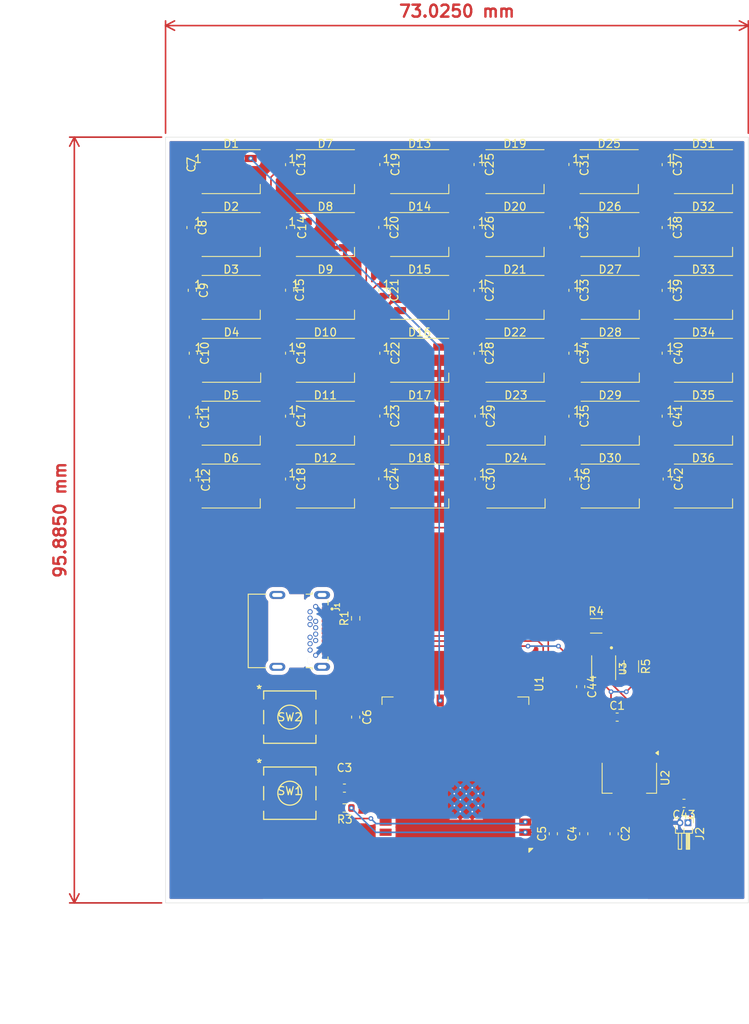
<source format=kicad_pcb>
(kicad_pcb (version 20240108) (generator "pcbnew") (generator_version "8.0")
  (layers (0 "F.Cu" signal) (31 "B.Cu" signal) (34 "B.Paste" user) (35 "F.Paste" user) (36 "B.SilkS" user "B.Silkscreen") (37 "F.SilkS" user "F.Silkscreen") (38 "B.Mask" user) (39 "F.Mask" user) (44 "Edge.Cuts" user))
  (net 0 "")
  (net 1 "+5V")
  (net 2 "GND")
  (net 3 "Net-(D1-DOUT)")
  (net 4 "/ESP32-block/LED_Data_Out")
  (net 5 "Net-(D2-DOUT)")
  (net 6 "Net-(D3-DOUT)")
  (net 7 "Net-(D4-DOUT)")
  (net 8 "Net-(D5-DOUT)")
  (net 9 "Net-(D6-DOUT)")
  (net 10 "Net-(D7-DOUT)")
  (net 11 "Net-(D8-DOUT)")
  (net 12 "Net-(D10-DIN)")
  (net 13 "Net-(D10-DOUT)")
  (net 14 "Net-(D11-DOUT)")
  (net 15 "Net-(D12-DOUT)")
  (net 16 "Net-(D13-DOUT)")
  (net 17 "Net-(D14-DOUT)")
  (net 18 "Net-(D15-DOUT)")
  (net 19 "Net-(D16-DOUT)")
  (net 20 "Net-(D17-DOUT)")
  (net 21 "Net-(D18-DOUT)")
  (net 22 "Net-(D19-DOUT)")
  (net 23 "Net-(D20-DOUT)")
  (net 24 "Net-(D21-DOUT)")
  (net 25 "Net-(D22-DOUT)")
  (net 26 "Net-(D23-DOUT)")
  (net 27 "Net-(D24-DOUT)")
  (net 28 "Net-(D25-DOUT)")
  (net 29 "Net-(D26-DOUT)")
  (net 30 "Net-(D27-DOUT)")
  (net 31 "Net-(D28-DOUT)")
  (net 32 "Net-(D29-DOUT)")
  (net 33 "Net-(D30-DOUT)")
  (net 34 "Net-(D31-DOUT)")
  (net 35 "Net-(D32-DOUT)")
  (net 36 "Net-(D33-DOUT)")
  (net 37 "Net-(D34-DOUT)")
  (net 38 "Net-(D35-DOUT)")
  (net 40 "+3.3V")
  (net 41 "Net-(U1-EN)")
  (net 42 "Net-(U1-GPIO0)")
  (net 43 "/VBat")
  (net 44 "/USB+")
  (net 45 "Net-(J1-CC1)")
  (net 46 "/ESP32-block/D+")
  (net 48 "/ESP32-block/D-")
  (net 50 "Net-(U3-D1)")
  (net 51 "Net-(U3-ILIM)")
  (net 52 "unconnected-(R5-Pad1)")
  (footprint "LED_SMD:LED_WS2812B_PLCC4_5.0x5.0mm_P3.2mm" (layer "F.Cu") (at 155.03 84.331)
    (property "Reference" "D24")
    (property "Value" "WS2812B")
  )
  (footprint "Capacitor_SMD:C_0603_1608Metric" (layer "F.Cu") (at 173.863 67.693 -90)
    (property "Reference" "C40")
    (property "Value" "100nF")
  )
  (footprint "Capacitor_SMD:C_0603_1608Metric" (layer "F.Cu") (at 162.179 75.58 -90)
    (property "Reference" "C35")
    (property "Value" "100nF")
  )
  (footprint "Footprints:CUI_UJ31-CH-G2-SMT-TR" (layer "F.Cu") (at 131.0445 99.717 -90)
    (property "Reference" "J1")
    (property "Value" "USB_C_Receptacle_USB2.0")
    (fp_line (start 6.325 2.135) (end 6.625 2.135) (stroke (width 0.01)) (layer "Edge.Cuts"))
    (fp_line (start 6.325 1.485) (end 6.625 1.485) (stroke (width 0.01)) (layer "Edge.Cuts"))
    (fp_arc (start 6.325 2.135) (mid 6 1.81) (end 6.325 1.485) (stroke (width 0.01)) (layer "Edge.Cuts"))
    (fp_arc (start 6.625 1.485) (mid 6.95 1.81) (end 6.625 2.135) (stroke (width 0.01)) (layer "Edge.Cuts"))
  )
  (footprint "LED_SMD:LED_WS2812B_PLCC4_5.0x5.0mm_P3.2mm" (layer "F.Cu") (at 155.03 76.455)
    (property "Reference" "D23")
    (property "Value" "WS2812B")
  )
  (footprint "Capacitor_SMD:C_0603_1608Metric" (layer "F.Cu") (at 150.294 51.945 -90)
    (property "Reference" "C26")
    (property "Value" "100nF")
  )
  (footprint "Capacitor_SMD:C_0603_1608Metric" (layer "F.Cu") (at 138.483 44.071 -90)
    (property "Reference" "C19")
    (property "Value" "100nF")
  )
  (footprint "Capacitor_SMD:C_0603_1608Metric" (layer "F.Cu") (at 126.799 51.958 -90)
    (property "Reference" "C14")
    (property "Value" "100nF")
  )
  (footprint "LED_SMD:LED_WS2812B_PLCC4_5.0x5.0mm_P3.2mm" (layer "F.Cu") (at 142.965 84.327)
    (property "Reference" "D18")
    (property "Value" "WS2812B")
  )
  (footprint "Capacitor_SMD:C_0603_1608Metric" (layer "F.Cu") (at 138.356 83.426 -90)
    (property "Reference" "C24")
    (property "Value" "100nF")
  )
  (footprint "Footprints:SOIC_FS-1000P_OMR" (layer "F.Cu") (at 126.6945 122.787)
    (property "Reference" "SW1")
    (property "Value" "Reset")
  )
  (footprint "LED_SMD:LED_WS2812B_PLCC4_5.0x5.0mm_P3.2mm" (layer "F.Cu") (at 131.154 76.456)
    (property "Reference" "D11")
    (property "Value" "WS2812B")
  )
  (footprint "Capacitor_SMD:C_0603_1608Metric" (layer "F.Cu") (at 126.672 59.806 -90)
    (property "Reference" "C15")
    (property "Value" "100nF")
  )
  (footprint "Resistor_SMD:R_1206_3216Metric" (layer "F.Cu") (at 165.0912 101.832)
    (property "Reference" "R4")
    (property "Value" "400")
  )
  (footprint "LED_SMD:LED_WS2812B_PLCC4_5.0x5.0mm_P3.2mm" (layer "F.Cu") (at 142.965 52.833)
    (property "Reference" "D14")
    (property "Value" "WS2812B")
  )
  (footprint "LED_SMD:LED_WS2812B_PLCC4_5.0x5.0mm_P3.2mm" (layer "F.Cu") (at 178.525 68.583)
    (property "Reference" "D34")
    (property "Value" "WS2812B")
  )
  (footprint "Capacitor_SMD:C_0603_1608Metric" (layer "F.Cu") (at 162.306 83.454 -90)
    (property "Reference" "C36")
    (property "Value" "100nF")
  )
  (footprint "Capacitor_SMD:C_0603_1608Metric" (layer "F.Cu") (at 114.48 59.819 -90)
    (property "Reference" "C9")
    (property "Value" "100nF")
  )
  (footprint "LED_SMD:LED_WS2812B_PLCC4_5.0x5.0mm_P3.2mm" (layer "F.Cu") (at 131.154 52.835)
    (property "Reference" "D8")
    (property "Value" "WS2812B")
  )
  (footprint "Capacitor_SMD:C_0603_1608Metric" (layer "F.Cu") (at 114.607 67.693 -90)
    (property "Reference" "C10")
    (property "Value" "100nF")
  )
  (footprint "Capacitor_SMD:C_0603_1608Metric" (layer "F.Cu") (at 167.7155 113.262)
    (property "Reference" "C1")
    (property "Value" "100nF")
  )
  (footprint "LED_SMD:LED_WS2812B_PLCC4_5.0x5.0mm_P3.2mm" (layer "F.Cu") (at 178.525 52.833)
    (property "Reference" "D32")
    (property "Value" "WS2812B")
  )
  (footprint "Capacitor_SMD:C_0603_1608Metric" (layer "F.Cu") (at 150.421 75.58 -90)
    (property "Reference" "C29")
    (property "Value" "100nF")
  )
  (footprint "Capacitor_SMD:C_0603_1608Metric" (layer "F.Cu") (at 150.294 44.071 -90)
    (property "Reference" "C25")
    (property "Value" "100nF")
  )
  (footprint "Capacitor_SMD:C_0603_1608Metric" (layer "F.Cu") (at 173.863 59.832 -90)
    (property "Reference" "C39")
    (property "Value" "100nF")
  )
  (footprint "Capacitor_SMD:C_0603_1608Metric" (layer "F.Cu") (at 114.316 51.96 -90)
    (property "Reference" "C8")
    (property "Value" "100nF")
  )
  (footprint "Capacitor_SMD:C_0603_1608Metric" (layer "F.Cu") (at 150.294 67.706 -90)
    (property "Reference" "C28")
    (property "Value" "100nF")
  )
  (footprint "LED_SMD:LED_WS2812B_PLCC4_5.0x5.0mm_P3.2mm" (layer "F.Cu") (at 166.714 44.959)
    (property "Reference" "D25")
    (property "Value" "WS2812B")
  )
  (footprint "LED_SMD:LED_WS2812B_PLCC4_5.0x5.0mm_P3.2mm" (layer "F.Cu") (at 178.525 44.959)
    (property "Reference" "D31")
    (property "Value" "WS2812B")
  )
  (footprint "LED_SMD:LED_WS2812B_PLCC4_5.0x5.0mm_P3.2mm" (layer "F.Cu") (at 154.903 52.833)
    (property "Reference" "D20")
    (property "Value" "WS2812B")
  )
  (footprint "Capacitor_SMD:C_0603_1608Metric" (layer "F.Cu") (at 162.179 59.819 -90)
    (property "Reference" "C33")
    (property "Value" "100nF")
  )
  (footprint "LED_SMD:LED_WS2812B_PLCC4_5.0x5.0mm_P3.2mm" (layer "F.Cu") (at 131.154 44.959)
    (property "Reference" "D7")
    (property "Value" "WS2812B")
  )
  (footprint "Capacitor_SMD:C_0603_1608Metric" (layer "F.Cu") (at 126.672 44.084 -90)
    (property "Reference" "C13")
    (property "Value" "100nF")
  )
  (footprint "LED_SMD:LED_WS2812B_PLCC4_5.0x5.0mm_P3.2mm" (layer "F.Cu") (at 119.343 76.455)
    (property "Reference" "D5")
    (property "Value" "WS2812B")
  )
  (footprint "Capacitor_SMD:C_0603_1608Metric" (layer "F.Cu") (at 126.672 83.454 -90)
    (property "Reference" "C18")
    (property "Value" "100nF")
  )
  (footprint "Capacitor_SMD:C_0603_1608Metric" (layer "F.Cu") (at 138.483 75.565 -90)
    (property "Reference" "C23")
    (property "Value" "100nF")
  )
  (footprint "Capacitor_SMD:C_0603_1608Metric" (layer "F.Cu") (at 162.179 67.693 -90)
    (property "Reference" "C34")
    (property "Value" "100nF")
  )
  (footprint "LED_SMD:LED_WS2812B_PLCC4_5.0x5.0mm_P3.2mm" (layer "F.Cu") (at 119.343 52.833)
    (property "Reference" "D2")
    (property "Value" "WS2812B")
  )
  (footprint "LED_SMD:LED_WS2812B_PLCC4_5.0x5.0mm_P3.2mm" (layer "F.Cu") (at 154.903 60.709)
    (property "Reference" "D21")
    (property "Value" "WS2812B")
  )
  (footprint "Capacitor_SMD:C_0603_1608Metric" (layer "F.Cu") (at 163.1412 109.452 -90)
    (property "Reference" "C44")
    (property "Value" "100nF")
  )
  (footprint "Resistor_SMD:R_0603_1608Metric" (layer "F.Cu") (at 134.9495 100.888 90)
    (property "Reference" "R1")
    (property "Value" "5.1 k")
  )
  (footprint "LED_SMD:LED_WS2812B_PLCC4_5.0x5.0mm_P3.2mm" (layer "F.Cu") (at 154.903 44.959)
    (property "Reference" "D19")
    (property "Value" "WS2812B")
  )
  (footprint "Capacitor_SMD:C_0603_1608Metric" (layer "F.Cu") (at 114.353 44.084 -90)
    (property "Reference" "C7")
    (property "Value" "100nF")
  )
  (footprint "Capacitor_SMD:C_0603_1608Metric" (layer "F.Cu") (at 150.421 83.454 -90)
    (property "Reference" "C30")
    (property "Value" "100nF")
  )
  (footprint "LED_SMD:LED_WS2812B_PLCC4_5.0x5.0mm_P3.2mm" (layer "F.Cu") (at 166.841 84.329)
    (property "Reference" "D30")
    (property "Value" "WS2812B")
  )
  (footprint "Capacitor_SMD:C_0603_1608Metric" (layer "F.Cu") (at 134.9495 113.262 -90)
    (property "Reference" "C6")
    (property "Value" ".1uF")
  )
  (footprint "Capacitor_SMD:C_0603_1608Metric" (layer "F.Cu") (at 173.863 51.958 -90)
    (property "Reference" "C38")
    (property "Value" "100nF")
  )
  (footprint "LED_SMD:LED_WS2812B_PLCC4_5.0x5.0mm_P3.2mm" (layer "F.Cu") (at 154.903 68.581)
    (property "Reference" "D22")
    (property "Value" "WS2812B")
  )
  (footprint "LED_SMD:LED_WS2812B_PLCC4_5.0x5.0mm_P3.2mm" (layer "F.Cu") (at 119.343 84.329)
    (property "Reference" "D6")
    (property "Value" "WS2812B")
  )
  (footprint "LED_SMD:LED_WS2812B_PLCC4_5.0x5.0mm_P3.2mm" (layer "F.Cu") (at 119.396 68.581)
    (property "Reference" "D4")
    (property "Value" "WS2812B")
  )
  (footprint "LED_SMD:LED_WS2812B_PLCC4_5.0x5.0mm_P3.2mm" (layer "F.Cu") (at 131.154 68.581)
    (property "Reference" "D10")
    (property "Value" "WS2812B")
  )
  (footprint "Capacitor_SMD:C_0603_1608Metric" (layer "F.Cu") (at 162.179 44.058 -90)
    (property "Reference" "C31")
    (property "Value" "100nF")
  )
  (footprint "Connector_PinHeader_1.00mm:PinHeader_1x02_P1.00mm_Horizontal" (layer "F.Cu") (at 176.5845 126.492 -90)
    (property "Reference" "J2")
    (property "Value" "Conn_01x02_Socket")
  )
  (footprint "Capacitor_SMD:C_0603_1608Metric" (layer "F.Cu") (at 114.734 83.581 -90)
    (property "Reference" "C12")
    (property "Value" "100nF")
  )
  (footprint "LED_SMD:LED_WS2812B_PLCC4_5.0x5.0mm_P3.2mm" (layer "F.Cu") (at 142.965 60.707)
    (property "Reference" "D15")
    (property "Value" "WS2812B")
  )
  (footprint "Footprints:SON65P300X300X100-9N" (layer "F.Cu") (at 166.0212 107.077 -90)
    (property "Reference" "U3")
    (property "Value" "TPS2115APW")
  )
  (footprint "Footprints:SOIC_FS-1000P_OMR" (layer "F.Cu") (at 126.6945 113.262)
    (property "Reference" "SW2")
    (property "Value" "Boot")
  )
  (footprint "Resistor_SMD:R_0603_1608Metric" (layer "F.Cu") (at 133.5901 124.6412 180)
    (property "Reference" "R3")
    (property "Value" "10k")
  )
  (footprint "LED_SMD:LED_WS2812B_PLCC4_5.0x5.0mm_P3.2mm" (layer "F.Cu") (at 166.841 76.455)
    (property "Reference" "D29")
    (property "Value" "WS2812B")
  )
  (footprint "LED_SMD:LED_WS2812B_PLCC4_5.0x5.0mm_P3.2mm" (layer "F.Cu") (at 178.525 76.455)
    (property "Reference" "D35")
    (property "Value" "WS2812B")
  )
  (footprint "LED_SMD:LED_WS2812B_PLCC4_5.0x5.0mm_P3.2mm" (layer "F.Cu") (at 178.525 60.707)
    (property "Reference" "D33")
    (property "Value" "WS2812B")
  )
  (footprint "Capacitor_SMD:C_0603_1608Metric" (layer "F.Cu") (at 173.863 44.084 -90)
    (property "Reference" "C37")
    (property "Value" "100nF")
  )
  (footprint "Capacitor_SMD:C_0603_1608Metric" (layer "F.Cu") (at 138.356 59.804 -90)
    (property "Reference" "C21")
    (property "Value" "100nF")
  )
  (footprint "Capacitor_SMD:C_0603_1608Metric" (layer "F.Cu") (at 162.306 51.945 -90)
    (property "Reference" "C32")
    (property "Value" "100nF")
  )
  (footprint "Capacitor_SMD:C_0603_1608Metric" (layer "F.Cu") (at 167.3345 127.867 -90)
    (property "Reference" "C2")
    (property "Value" "10uF")
  )
  (footprint "Capacitor_SMD:C_0603_1608Metric" (layer "F.Cu") (at 173.99 83.454 -90)
    (property "Reference" "C42")
    (property "Value" "100nF")
  )
  (footprint "LED_SMD:LED_WS2812B_PLCC4_5.0x5.0mm_P3.2mm" (layer "F.Cu") (at 142.965 76.453)
    (property "Reference" "D17")
    (property "Value" "WS2812B")
  )
  (footprint "LED_SMD:LED_WS2812B_PLCC4_5.0x5.0mm_P3.2mm" (layer "F.Cu") (at 166.804 52.834)
    (property "Reference" "D26")
    (property "Value" "WS2812B")
  )
  (footprint "Capacitor_SMD:C_0603_1608Metric" (layer "F.Cu") (at 173.863 75.58 -90)
    (property "Reference" "C41")
    (property "Value" "100nF")
  )
  (footprint "Resistor_SMD:R_1206_3216Metric" (layer "F.Cu") (at 169.4912 106.912 -90)
    (property "Reference" "R5")
    (property "Value" "400")
  )
  (footprint "LED_SMD:LED_WS2812B_PLCC4_5.0x5.0mm_P3.2mm" (layer "F.Cu") (at 142.965 44.959)
    (property "Reference" "D13")
    (property "Value" "WS2812B")
  )
  (footprint "LED_SMD:LED_WS2812B_PLCC4_5.0x5.0mm_P3.2mm" (layer "F.Cu") (at 131.154 84.33)
    (property "Reference" "D12")
    (property "Value" "WS2812B")
  )
  (footprint "LED_SMD:LED_WS2812B_PLCC4_5.0x5.0mm_P3.2mm" (layer "F.Cu") (at 142.965 68.579)
    (property "Reference" "D16")
    (property "Value" "WS2812B")
  )
  (footprint "Package_TO_SOT_SMD:SOT-223-3_TabPin2" (layer "F.Cu") (at 169.2395 120.882 -90)
    (property "Reference" "U2")
    (property "Value" "LD1117S33TR_SOT223")
  )
  (footprint "RF_Module:ESP32-S3-WROOM-2" (layer "F.Cu") (at 147.447 123.687 180)
    (property "Reference" "U1")
    (property "Value" "ESP32-S3-WROOM-2-N32R8V")
  )
  (footprint "LED_SMD:LED_WS2812B_PLCC4_5.0x5.0mm_P3.2mm" (layer "F.Cu") (at 119.343 60.707)
    (property "Reference" "D3")
    (property "Value" "WS2812B")
  )
  (footprint "Capacitor_SMD:C_0603_1608Metric" (layer "F.Cu") (at 126.672 75.58 -90)
    (property "Reference" "C17")
    (property "Value" "100nF")
  )
  (footprint "LED_SMD:LED_WS2812B_PLCC4_5.0x5.0mm_P3.2mm" (layer "F.Cu") (at 178.525 84.329)
    (property "Reference" "D36")
    (property "Value" "WS2812B")
  )
  (footprint "Capacitor_SMD:C_0603_1608Metric" (layer "F.Cu") (at 114.607 75.694 -90)
    (property "Reference" "C11")
    (property "Value" "100nF")
  )
  (footprint "Capacitor_SMD:C_0603_1608Metric" (layer "F.Cu") (at 133.5395 122.152 180)
    (property "Reference" "C3")
    (property "Value" ".1uF")
  )
  (footprint "LED_SMD:LED_WS2812B_PLCC4_5.0x5.0mm_P3.2mm" (layer "F.Cu") (at 119.343 44.959)
    (property "Reference" "D1")
    (property "Value" "WS2812B")
  )
  (footprint "Capacitor_SMD:C_0603_1608Metric" (layer "F.Cu") (at 163.5245 127.867 90)
    (property "Reference" "C4")
    (property "Value" "1uF")
  )
  (footprint "Capacitor_SMD:C_0603_1608Metric" (layer "F.Cu") (at 126.672 67.693 -90)
    (property "Reference" "C16")
    (property "Value" "100nF")
  )
  (footprint "Capacitor_SMD:C_0603_1608Metric" (layer "F.Cu") (at 150.294 59.832 -90)
    (property "Reference" "C27")
    (property "Value" "100nF")
  )
  (footprint "LED_SMD:LED_WS2812B_PLCC4_5.0x5.0mm_P3.2mm" (layer "F.Cu") (at 131.154 60.707)
    (property "Reference" "D9")
    (property "Value" "WS2812B")
  )
  (footprint "LED_SMD:LED_WS2812B_PLCC4_5.0x5.0mm_P3.2mm" (layer "F.Cu") (at 166.841 68.583)
    (property "Reference" "D28")
    (property "Value" "WS2812B")
  )
  (footprint "Capacitor_SMD:C_0603_1608Metric" (layer "F.Cu") (at 138.483 67.691 -90)
    (property "Reference" "C22")
    (property "Value" "100nF")
  )
  (footprint "Capacitor_SMD:C_0603_1608Metric" (layer "F.Cu") (at 176.0845 124.057 180)
    (property "Reference" "C43")
    (property "Value" "100nF")
  )
  (footprint "Capacitor_SMD:C_0603_1608Metric" (layer "F.Cu") (at 138.356 51.943 -90)
    (property "Reference" "C20")
    (property "Value" "100nF")
  )
  (footprint "Capacitor_SMD:C_0603_1608Metric" (layer "F.Cu") (at 159.7145 127.867 90)
    (property "Reference" "C5")
    (property "Value" ".1uF")
  )
  (footprint "LED_SMD:LED_WS2812B_PLCC4_5.0x5.0mm_P3.2mm" (layer "F.Cu") (at 166.841 60.707)
    (property "Reference" "D27")
    (property "Value" "WS2812B")
  )
  (gr_rect (start 111.125 40.64) (end 184.15 136.525) (stroke (width 0.05)) (fill none) (layer "Edge.Cuts"))
  (dimension (type aligned) (layer "F.Cu") (pts (xy 111.125 40.64) (xy 184.15 40.64)) (height -13.97) (gr_text "2875.0000 mils" (at 147.6375 24.87 0) (layer "F.Cu") (effects (font (size 1.5 1.5) (thickness 0.3)))) (format (prefix "") (suffix "") (units 3) (units_format 1) (precision 4)) (style (thickness 0.2) (arrow_length 1.27) (text_position_mode 0) (extension_height 0.58642) (extension_offset 0.5) keep_text_aligned))
  (dimension (type aligned) (layer "F.Cu") (pts (xy 111.125 40.64) (xy 111.125 136.525)) (height 11.43) (gr_text "3775.0000 mils" (at 97.895 88.5825 90) (layer "F.Cu") (effects (font (size 1.5 1.5) (thickness 0.3)))) (format (prefix "") (suffix "") (units 3) (units_format 1) (precision 4)) (style (thickness 0.2) (arrow_length 1.27) (text_position_mode 0) (extension_height 0.58642) (extension_offset 0.5) keep_text_aligned))
  (segment (start 126.643 59.031) (end 124.333 61.341) (width 0.2) (layer "F.Cu") (net 1))
  (segment (start 150.421 74.805) (end 148.336 76.89) (width 0.2) (layer "F.Cu") (net 1))
  (segment (start 138.356 51.168) (end 140.5 51.168) (width 0.2) (layer "F.Cu") (net 1))
  (segment (start 116.891 51.185) (end 116.893 51.183) (width 0.2) (layer "F.Cu") (net 1))
  (segment (start 126.672 82.679) (end 126.617 82.679) (width 0.2) (layer "F.Cu") (net 1))
  (segment (start 140.502 74.79) (end 140.515 74.803) (width 0.2) (layer "F.Cu") (net 1))
  (segment (start 150.421 82.679) (end 152.578 82.679) (width 0.2) (layer "F.Cu") (net 1))
  (segment (start 166.9512 110.087) (end 166.9405 110.0977) (width 0.2) (layer "F.Cu") (net 1))
  (segment (start 138.075 82.651) (end 136.271 84.455) (width 0.2) (layer "F.Cu") (net 1))
  (segment (start 171.069 61.468) (end 171.069 69.088) (width 0.2) (layer "F.Cu") (net 1))
  (segment (start 114.353 43.309) (end 113.541 44.121) (width 0.2) (layer "F.Cu") (net 1))
  (segment (start 140.502 66.916) (end 140.515 66.929) (width 0.2) (layer "F.Cu") (net 1))
  (segment (start 148.336 68.889) (end 148.336 69.596) (width 0.2) (layer "F.Cu") (net 1))
  (segment (start 138.356 59.029) (end 140.487 59.029) (width 0.2) (layer "F.Cu") (net 1))
  (segment (start 126.363 51.183) (end 124.333 53.213) (width 0.2) (layer "F.Cu") (net 1))
  (segment (start 171.069 88.646) (end 171.069 106.7967) (width 0.2) (layer "F.Cu") (net 1))
  (segment (start 113.541 44.121) (end 113.541 51.689) (width 0.2) (layer "F.Cu") (net 1))
  (segment (start 136.271 68.58) (end 136.271 76.581) (width 0.2) (layer "F.Cu") (net 1))
  (segment (start 169.4912 108.3745) (end 169.4912 109.452) (width 0.2) (layer "F.Cu") (net 1))
  (segment (start 149.606 89.535) (end 148.336 88.265) (width 0.2) (layer "F.Cu") (net 1))
  (segment (start 173.99 82.679) (end 173.861 82.679) (width 0.2) (layer "F.Cu") (net 1))
  (segment (start 150.366 82.679) (end 148.336 84.709) (width 0.2) (layer "F.Cu") (net 1))
  (segment (start 162.179 74.805) (end 159.766 77.218) (width 0.2) (layer "F.Cu") (net 1))
  (segment (start 140.5 51.168) (end 140.515 51.183) (width 0.2) (layer "F.Cu") (net 1))
  (segment (start 164.34 51.17) (end 164.354 51.184) (width 0.2) (layer "F.Cu") (net 1))
  (segment (start 161.923 82.679) (end 159.766 84.836) (width 0.2) (layer "F.Cu") (net 1))
  (segment (start 173.861 82.679) (end 171.069 85.471) (width 0.2) (layer "F.Cu") (net 1))
  (segment (start 162.179 43.283) (end 164.238 43.283) (width 0.2) (layer "F.Cu") (net 1))
  (segment (start 124.333 68.453) (end 124.333 77.597) (width 0.2) (layer "F.Cu") (net 1))
  (segment (start 164.376 66.918) (end 164.391 66.933) (width 0.2) (layer "F.Cu") (net 1))
  (segment (start 166.9512 110.087) (end 166.3462 109.482) (width 0.2) (layer "F.Cu") (net 1))
  (segment (start 152.44 51.17) (end 152.453 51.183) (width 0.2) (layer "F.Cu") (net 1))
  (segment (start 173.863 66.918) (end 176.06 66.918) (width 0.2) (layer "F.Cu") (net 1))
  (segment (start 128.691 66.918) (end 128.704 66.931) (width 0.2) (layer "F.Cu") (net 1))
  (segment (start 113.541 75.946) (end 113.541 83.82) (width 0.2) (layer "F.Cu") (net 1))
  (segment (start 169.4912 109.452) (end 168.8562 110.087) (width 0.2) (layer "F.Cu") (net 1))
  (segment (start 150.294 51.17) (end 152.44 51.17) (width 0.2) (layer "F.Cu") (net 1))
  (segment (start 126.619 89.535) (end 126.746 89.535) (width 0.2) (layer "F.Cu") (net 1))
  (segment (start 164.378 59.044) (end 164.391 59.057) (width 0.2) (layer "F.Cu") (net 1))
  (segment (start 114.441 59.044) (end 113.541 59.944) (width 0.2) (layer "F.Cu") (net 1))
  (segment (start 115.57 89.535) (end 126.746 89.535) (width 0.2) (layer "F.Cu") (net 1))
  (segment (start 161.704 43.283) (end 159.766 45.221) (width 0.2) (layer "F.Cu") (net 1))
  (segment (start 138.483 43.296) (end 138.008 43.296) (width 0.2) (layer "F.Cu") (net 1))
  (segment (start 148.336 77.47) (end 148.336 84.709) (width 0.2) (layer "F.Cu") (net 1))
  (segment (start 173.239 66.918) (end 171.069 69.088) (width 0.2) (layer "F.Cu") (net 1))
  (segment (start 148.336 76.89) (end 148.336 77.47) (width 0.2) (layer "F.Cu") (net 1))
  (segment (start 137.694 59.029) (end 136.271 60.452) (width 0.2) (layer "F.Cu") (net 1))
  (segment (start 173.863 43.309) (end 171.069 46.103) (width 0.2) (layer "F.Cu") (net 1))
  (segment (start 162.179 74.805) (end 164.391 74.805) (width 0.2) (layer "F.Cu") (net 1))
  (segment (start 140.502 43.296) (end 140.515 43.309) (width 0.2) (layer "F.Cu") (net 1))
  (segment (start 152.44 43.296) (end 152.453 43.309) (width 0.2) (layer "F.Cu") (net 1))
  (segment (start 126.672 82.679) (end 128.703 82.679) (width 0.2) (layer "F.Cu") (net 1))
  (segment (start 173.863 43.309) (end 176.075 43.309) (width 0.2) (layer "F.Cu") (net 1))
  (segment (start 114.48 59.044) (end 116.88 59.044) (width 0.2) (layer "F.Cu") (net 1))
  (segment (start 114.48 59.044) (end 114.441 59.044) (width 0.2) (layer "F.Cu") (net 1))
  (segment (start 166.9405 114.011) (end 166.9405 113.262) (width 0.2) (layer "F.Cu") (net 1))
  (segment (start 113.541 59.944) (end 113.541 67.691) (width 0.2) (layer "F.Cu") (net 1))
  (segment (start 114.734 82.806) (end 114.555 82.806) (width 0.2) (layer "F.Cu") (net 1))
  (segment (start 126.672 59.031) (end 128.678 59.031) (width 0.2) (layer "F.Cu") (net 1))
  (segment (start 173.861 74.805) (end 171.069 77.597) (width 0.2) (layer "F.Cu") (net 1))
  (segment (start 162.179 66.918) (end 164.376 66.918) (width 0.2) (layer "F.Cu") (net 1))
  (segment (start 170.053 89.535) (end 171.0055 88.5825) (width 0.2) (layer "F.Cu") (net 1))
  (segment (start 150.294 66.931) (end 148.336 68.889) (width 0.2) (layer "F.Cu") (net 1))
  (segment (start 137.935 66.916) (end 136.271 68.58) (width 0.2) (layer "F.Cu") (net 1))
  (segment (start 126.672 66.918) (end 128.691 66.918) (width 0.2) (layer "F.Cu") (net 1))
  (segment (start 114.607 74.919) (end 116.779 74.919) (width 0.2) (layer "F.Cu") (net 1))
  (segment (start 148.336 60.96) (end 148.336 69.596) (width 0.2) (layer "F.Cu") (net 1))
  (segment (start 138.356 82.651) (end 140.489 82.651) (width 0.2) (layer "F.Cu") (net 1))
  (segment (start 136.271 88.138) (end 137.668 89.535) (width 0.2) (layer "F.Cu") (net 1))
  (segment (start 162.179 66.918) (end 159.766 69.331) (width 0.2) (layer "F.Cu") (net 1))
  (segment (start 166.9405 110.0977) (end 166.9405 113.262) (width 0.2) (layer "F.Cu") (net 1))
  (segment (start 124.333 45.648) (end 124.333 53.213) (width 0.2) (layer "F.Cu") (net 1))
  (segment (start 136.271 60.452) (end 136.271 68.58) (width 0.2) (layer "F.Cu") (net 1))
  (segment (start 137.046 51.168) (end 136.271 51.943) (width 0.2) (layer "F.Cu") (net 1))
  (segment (start 138.356 59.029) (end 137.694 59.029) (width 0.2) (layer "F.Cu") (net 1))
  (segment (start 138.483 66.916) (end 140.502 66.916) (width 0.2) (layer "F.Cu") (net 1))
  (segment (start 150.421 74.805) (end 152.58 74.805) (width 0.2) (layer "F.Cu") (net 1))
  (segment (start 173.607 51.183) (end 171.069 53.721) (width 0.2) (layer "F.Cu") (net 1))
  (segment (start 159.766 77.218) (end 159.766 78.359) (width 0.2) (layer "F.Cu") (net 1))
  (segment (start 166.3462 109.482) (end 166.3462 108.512) (width 0.2) (layer "F.Cu") (net 1))
  (segment (start 138.356 51.168) (end 137.046 51.168) (width 0.2) (layer "F.Cu") (net 1))
  (segment (start 159.766 45.221) (end 159.766 54.483) (width 0.2) (layer "F.Cu") (net 1))
  (segment (start 173.99 82.679) (end 176.075 82.679) (width 0.2) (layer "F.Cu") (net 1))
  (segment (start 166.9395 114.012) (end 166.9405 114.011) (width 0.2) (layer "F.Cu") (net 1))
  (segment (start 159.766 53.71) (end 159.766 54.483) (width 0.2) (layer "F.Cu") (net 1))
  (segment (start 159.766 84.836) (end 159.766 88.519) (width 0.2) (layer "F.Cu") (net 1))
  (segment (start 126.672 66.918) (end 125.868 66.918) (width 0.2) (layer "F.Cu") (net 1))
  (segment (start 138.356 82.651) (end 138.075 82.651) (width 0.2) (layer "F.Cu") (net 1))
  (segment (start 124.333 87.249) (end 126.619 89.535) (width 0.2) (layer "F.Cu") (net 1))
  (segment (start 159.766 69.331) (end 159.766 69.85) (width 0.2) (layer "F.Cu") (net 1))
  (segment (start 171.069 46.103) (end 171.069 53.721) (width 0.2) (layer "F.Cu") (net 1))
  (segment (start 114.353 43.309) (end 116.893 43.309) (width 0.2) (layer "F.Cu") (net 1))
  (segment (start 150.294 43.296) (end 148.336 45.254) (width 0.2) (layer "F.Cu") (net 1))
  (segment (start 126.799 51.183) (end 128.702 51.183) (width 0.2) (layer "F.Cu") (net 1))
  (segment (start 126.672 74.805) (end 128.703 74.805) (width 0.2) (layer "F.Cu") (net 1))
  (segment (start 114.045 51.185) (end 113.541 51.689) (width 0.2) (layer "F.Cu") (net 1))
  (segment (start 173.863 59.057) (end 173.48 59.057) (width 0.2) (layer "F.Cu") (net 1))
  (segment (start 148.336 45.254) (end 148.336 53.213) (width 0.2) (layer "F.Cu") (net 1))
  (segment (start 173.863 51.183) (end 173.607 51.183) (width 0.2) (layer "F.Cu") (net 1))
  (segment (start 148.336 88.265) (end 148.336 84.709) (width 0.2) (layer "F.Cu") (net 1))
  (segment (start 128.703 82.679) (end 128.704 82.68) (width 0.2) (layer "F.Cu") (net 1))
  (segment (start 114.316 51.185) (end 116.891 51.185) (width 0.2) (layer "F.Cu") (net 1))
  (segment (start 171.069 69.088) (end 171.069 77.597) (width 0.2) (layer "F.Cu") (net 1))
  (segment (start 128.703 74.805) (end 128.704 74.806) (width 0.2) (layer "F.Cu") (net 1))
  (segment (start 140.487 59.029) (end 140.515 59.057) (width 0.2) (layer "F.Cu") (net 1))
  (segment (start 124.333 77.597) (end 124.333 84.963) (width 0.2) (layer "F.Cu") (net 1))
  (segment (start 171.069 88.519) (end 171.069 85.471) (width 0.2) (layer "F.Cu") (net 1))
  (segment (start 159.766 54.483) (end 159.766 62.357) (width 0.2) (layer "F.Cu") (net 1))
  (segment (start 114.607 66.918) (end 116.933 66.918) (width 0.2) (layer "F.Cu") (net 1))
  (segment (start 159.766 62.357) (end 159.766 69.85) (width 0.2) (layer "F.Cu") (net 1))
  (segment (start 162.306 51.17) (end 159.766 53.71) (width 0.2) (layer "F.Cu") (net 1))
  (segment (start 171.0055 88.5825) (end 171.069 88.519) (width 0.2) (layer "F.Cu") (net 1))
  (segment (start 126.672 43.309) (end 124.333 45.648) (width 0.2) (layer "F.Cu") (net 1))
  (segment (start 149.606 89.535) (end 161.798 89.535) (width 0.2) (layer "F.Cu") (net 1))
  (segment (start 159.766 88.519) (end 160.782 89.535) (width 0.2) (layer "F.Cu") (net 1))
  (segment (start 162.179 59.044) (end 159.766 61.457) (width 0.2) (layer "F.Cu") (net 1))
  (segment (start 159.766 61.457) (end 159.766 62.357) (width 0.2) (layer "F.Cu") (net 1))
  (segment (start 176.06 66.918) (end 176.075 66.933) (width 0.2) (layer "F.Cu") (net 1))
  (segment (start 173.863 59.057) (end 176.075 59.057) (width 0.2) (layer "F.Cu") (net 1))
  (segment (start 171.0055 88.5825) (end 171.069 88.646) (width 0.2) (layer "F.Cu") (net 1))
  (segment (start 126.617 82.679) (end 124.333 84.963) (width 0.2) (layer "F.Cu") (net 1))
  (segment (start 159.766 78.359) (end 159.766 84.836) (width 0.2) (layer "F.Cu") (net 1))
  (segment (start 148.336 69.596) (end 148.336 77.47) (width 0.2) (layer "F.Cu") (net 1))
  (segment (start 152.451 59.057) (end 152.453 59.059) (width 0.2) (layer "F.Cu") (net 1))
  (segment (start 128.702 51.183) (end 128.704 51.185) (width 0.2) (layer "F.Cu") (net 1))
  (segment (start 124.333 84.963) (end 124.333 87.249) (width 0.2) (layer "F.Cu") (net 1))
  (segment (start 124.333 61.341) (end 124.333 68.453) (width 0.2) (layer "F.Cu") (net 1))
  (segment (start 113.541 51.689) (end 113.541 59.944) (width 0.2) (layer "F.Cu") (net 1))
  (segment (start 152.578 82.679) (end 152.58 82.681) (width 0.2) (layer "F.Cu") (net 1))
  (segment (start 171.069 53.721) (end 171.069 61.468) (width 0.2) (layer "F.Cu") (net 1))
  (segment (start 173.48 59.057) (end 171.069 61.468) (width 0.2) (layer "F.Cu") (net 1))
  (segment (start 150.294 51.17) (end 150.294 51.255) (width 0.2) (layer "F.Cu") (net 1))
  (segment (start 116.779 74.919) (end 116.893 74.805) (width 0.2) (layer "F.Cu") (net 1))
  (segment (start 138.483 74.79) (end 140.502 74.79) (width 0.2) (layer "F.Cu") (net 1))
  (segment (start 138.483 43.296) (end 140.502 43.296) (width 0.2) (layer "F.Cu") (net 1))
  (segment (start 166.9395 117.732) (end 166.9395 114.012) (width 0.2) (layer "F.Cu") (net 1))
  (segment (start 159.766 69.85) (end 159.766 78.359) (width 0.2) (layer "F.Cu") (net 1))
  (segment (start 173.863 66.918) (end 173.239 66.918) (width 0.2) (layer "F.Cu") (net 1))
  (segment (start 161.798 89.535) (end 170.053 89.535) (width 0.2) (layer "F.Cu") (net 1))
  (segment (start 116.933 66.918) (end 116.946 66.931) (width 0.2) (layer "F.Cu") (net 1))
  (segment (start 136.271 51.943) (end 136.271 60.452) (width 0.2) (layer "F.Cu") (net 1))
  (segment (start 162.306 51.17) (end 164.34 51.17) (width 0.2) (layer "F.Cu") (net 1))
  (segment (start 150.421 82.679) (end 150.366 82.679) (width 0.2) (layer "F.Cu") (net 1))
  (segment (start 114.316 51.185) (end 114.045 51.185) (width 0.2) (layer "F.Cu") (net 1))
  (segment (start 160.782 89.535) (end 161.798 89.535) (width 0.2) (layer "F.Cu") (net 1))
  (segment (start 164.238 43.283) (end 164.264 43.309) (width 0.2) (layer "F.Cu") (net 1))
  (segment (start 173.863 74.805) (end 173.861 74.805) (width 0.2) (layer "F.Cu") (net 1))
  (segment (start 113.541 83.82) (end 113.541 87.506) (width 0.2) (layer "F.Cu") (net 1))
  (segment (start 128.678 59.031) (end 128.704 59.057) (width 0.2) (layer "F.Cu") (net 1))
  (segment (start 162.179 59.044) (end 164.378 59.044) (width 0.2) (layer "F.Cu") (net 1))
  (segment (start 116.766 82.806) (end 116.893 82.679) (width 0.2) (layer "F.Cu") (net 1))
  (segment (start 140.489 82.651) (end 140.515 82.677) (width 0.2) (layer "F.Cu") (net 1))
  (segment (start 162.179 43.283) (end 161.704 43.283) (width 0.2) (layer "F.Cu") (net 1))
  (segment (start 173.863 74.805) (end 176.075 74.805) (width 0.2) (layer "F.Cu") (net 1))
  (segment (start 150.294 59.057) (end 150.239 59.057) (width 0.2) (layer "F.Cu") (net 1))
  (segment (start 126.799 51.183) (end 126.363 51.183) (width 0.2) (layer "F.Cu") (net 1))
  (segment (start 150.294 59.057) (end 152.451 59.057) (width 0.2) (layer "F.Cu") (net 1))
  (segment (start 114.734 82.806) (end 116.766 82.806) (width 0.2) (layer "F.Cu") (net 1))
  (segment (start 150.294 66.931) (end 152.453 66.931) (width 0.2) (layer "F.Cu") (net 1))
  (segment (start 150.239 59.057) (end 148.336 60.96) (width 0.2) (layer "F.Cu") (net 1))
  (segment (start 136.271 84.455) (end 136.271 88.138) (width 0.2) (layer "F.Cu") (net 1))
  (segment (start 150.294 43.296) (end 152.44 43.296) (width 0.2) (layer "F.Cu") (net 1))
  (segment (start 126.672 59.031) (end 126.643 59.031) (width 0.2) (layer "F.Cu") (net 1))
  (segment (start 162.306 82.679) (end 164.391 82.679) (width 0.2) (layer "F.Cu") (net 1))
  (segment (start 124.333 53.213) (end 124.333 61.341) (width 0.2) (layer "F.Cu") (net 1))
  (segment (start 116.88 59.044) (end 116.893 59.057) (width 0.2) (layer "F.Cu") (net 1))
  (segment (start 138.008 43.296) (end 136.271 45.033) (width 0.2) (layer "F.Cu") (net 1))
  (segment (start 136.271 76.581) (end 136.271 84.455) (width 0.2) (layer "F.Cu") (net 1))
  (segment (start 148.336 53.213) (end 148.336 60.96) (width 0.2) (layer "F.Cu") (net 1))
  (segment (start 126.746 89.535) (end 149.606 89.535) (width 0.2) (layer "F.Cu") (net 1))
  (segment (start 114.607 66.918) (end 114.314 66.918) (width 0.2) (layer "F.Cu") (net 1))
  (segment (start 114.568 74.919) (end 113.541 75.946) (width 0.2) (layer "F.Cu") (net 1))
  (segment (start 138.483 74.79) (end 138.062 74.79) (width 0.2) (layer "F.Cu") (net 1))
  (segment (start 150.294 51.255) (end 148.336 53.213) (width 0.2) (layer "F.Cu") (net 1))
  (segment (start 114.555 82.806) (end 113.541 83.82) (width 0.2) (layer "F.Cu") (net 1))
  (segment (start 126.672 43.309) (end 128.704 43.309) (width 0.2) (layer "F.Cu") (net 1))
  (segment (start 136.271 45.033) (end 136.271 51.943) (width 0.2) (layer "F.Cu") (net 1))
  (segment (start 173.863 51.183) (end 176.075 51.183) (width 0.2) (layer "F.Cu") (net 1))
  (segment (start 125.868 66.918) (end 124.333 68.453) (width 0.2) (layer "F.Cu") (net 1))
  (segment (start 138.483 66.916) (end 137.935 66.916) (width 0.2) (layer "F.Cu") (net 1))
  (segment (start 113.541 67.691) (end 113.541 75.946) (width 0.2) (layer "F.Cu") (net 1))
  (segment (start 171.069 77.597) (end 171.069 85.471) (width 0.2) (layer "F.Cu") (net 1))
  (segment (start 114.607 74.919) (end 114.568 74.919) (width 0.2) (layer "F.Cu") (net 1))
  (segment (start 138.062 74.79) (end 136.271 76.581) (width 0.2) (layer "F.Cu") (net 1))
  (segment (start 162.306 82.679) (end 161.923 82.679) (width 0.2) (layer "F.Cu") (net 1))
  (segment (start 113.541 87.506) (end 115.57 89.535) (width 0.2) (layer "F.Cu") (net 1))
  (segment (start 124.333 77.144) (end 124.333 77.597) (width 0.2) (layer "F.Cu") (net 1))
  (segment (start 114.314 66.918) (end 113.541 67.691) (width 0.2) (layer "F.Cu") (net 1))
  (segment (start 126.672 74.805) (end 124.333 77.144) (width 0.2) (layer "F.Cu") (net 1))
  (segment (start 171.069 106.7967) (end 169.4912 108.3745) (width 0.2) (layer "F.Cu") (net 1))
  (via (at 166.9512 110.087) (size 0.6) (drill 0.3) (layers "F.Cu" "B.Cu") (net 1))
  (via (at 168.8562 110.087) (size 0.6) (drill 0.3) (layers "F.Cu" "B.Cu") (net 1))
  (segment (start 168.8562 110.087) (end 166.9512 110.087) (width 0.2) (layer "B.Cu") (net 1))
  (segment (start 116.893 46.609) (end 117.219 46.609) (width 0.2) (layer "F.Cu") (net 3))
  (segment (start 117.219 46.609) (end 121.793 51.183) (width 0.2) (layer "F.Cu") (net 3))
  (via (at 145.542 111.187) (size 0.6) (drill 0.3) (layers "F.Cu" "B.Cu") (net 4))
  (via (at 121.793 43.309) (size 0.6) (drill 0.3) (layers "F.Cu" "B.Cu") (net 4))
  (segment (start 145.415 111.06) (end 145.415 66.931) (width 0.2) (layer "B.Cu") (net 4))
  (segment (start 145.542 111.187) (end 145.415 111.06) (width 0.2) (layer "B.Cu") (net 4))
  (segment (start 145.415 66.931) (end 121.793 43.309) (width 0.2) (layer "B.Cu") (net 4))
  (segment (start 116.893 54.483) (end 117.219 54.483) (width 0.2) (layer "F.Cu") (net 5))
  (segment (start 117.219 54.483) (end 121.793 59.057) (width 0.2) (layer "F.Cu") (net 5))
  (segment (start 117.272 62.357) (end 121.846 66.931) (width 0.2) (layer "F.Cu") (net 6))
  (segment (start 116.893 62.357) (end 117.272 62.357) (width 0.2) (layer "F.Cu") (net 6))
  (segment (start 116.946 70.231) (end 117.219 70.231) (width 0.2) (layer "F.Cu") (net 7))
  (segment (start 117.219 70.231) (end 121.793 74.805) (width 0.2) (layer "F.Cu") (net 7))
  (segment (start 116.893 78.105) (end 117.219 78.105) (width 0.2) (layer "F.Cu") (net 8))
  (segment (start 117.219 78.105) (end 121.793 82.679) (width 0.2) (layer "F.Cu") (net 8))
  (segment (start 128.704 46.609) (end 129.028 46.609) (width 0.2) (layer "F.Cu") (net 10))
  (segment (start 129.028 46.609) (end 133.604 51.185) (width 0.2) (layer "F.Cu") (net 10))
  (segment (start 128.704 54.485) (end 129.032 54.485) (width 0.2) (layer "F.Cu") (net 11))
  (segment (start 129.032 54.485) (end 133.604 59.057) (width 0.2) (layer "F.Cu") (net 11))
  (segment (start 128.704 62.357) (end 129.03 62.357) (width 0.2) (layer "F.Cu") (net 12))
  (segment (start 129.03 62.357) (end 133.604 66.931) (width 0.2) (layer "F.Cu") (net 12))
  (segment (start 129.029 70.231) (end 133.604 74.806) (width 0.2) (layer "F.Cu") (net 13))
  (segment (start 128.704 70.231) (end 129.029 70.231) (width 0.2) (layer "F.Cu") (net 13))
  (segment (start 128.704 78.106) (end 129.03 78.106) (width 0.2) (layer "F.Cu") (net 14))
  (segment (start 129.03 78.106) (end 133.604 82.68) (width 0.2) (layer "F.Cu") (net 14))
  (segment (start 140.841 46.609) (end 145.415 51.183) (width 0.2) (layer "F.Cu") (net 16))
  (segment (start 140.515 46.609) (end 140.841 46.609) (width 0.2) (layer "F.Cu") (net 16))
  (segment (start 140.841 54.483) (end 145.415 59.057) (width 0.2) (layer "F.Cu") (net 17))
  (segment (start 140.515 54.483) (end 140.841 54.483) (width 0.2) (layer "F.Cu") (net 17))
  (segment (start 140.843 62.357) (end 145.415 66.929) (width 0.2) (layer "F.Cu") (net 18))
  (segment (start 140.515 62.357) (end 140.843 62.357) (width 0.2) (layer "F.Cu") (net 18))
  (segment (start 140.841 70.229) (end 145.415 74.803) (width 0.2) (layer "F.Cu") (net 19))
  (segment (start 140.515 70.229) (end 140.841 70.229) (width 0.2) (layer "F.Cu") (net 19))
  (segment (start 140.841 78.103) (end 145.415 82.677) (width 0.2) (layer "F.Cu") (net 20))
  (segment (start 140.515 78.103) (end 140.841 78.103) (width 0.2) (layer "F.Cu") (net 20))
  (segment (start 152.453 46.609) (end 152.779 46.609) (width 0.2) (layer "F.Cu") (net 22))
  (segment (start 152.779 46.609) (end 157.353 51.183) (width 0.2) (layer "F.Cu") (net 22))
  (segment (start 152.777 54.483) (end 157.353 59.059) (width 0.2) (layer "F.Cu") (net 23))
  (segment (start 152.453 54.483) (end 152.777 54.483) (width 0.2) (layer "F.Cu") (net 23))
  (segment (start 152.781 62.359) (end 157.353 66.931) (width 0.2) (layer "F.Cu") (net 24))
  (segment (start 152.453 62.359) (end 152.781 62.359) (width 0.2) (layer "F.Cu") (net 24))
  (segment (start 152.453 70.231) (end 152.906 70.231) (width 0.2) (layer "F.Cu") (net 25))
  (segment (start 152.906 70.231) (end 157.48 74.805) (width 0.2) (layer "F.Cu") (net 25))
  (segment (start 152.58 78.105) (end 152.904 78.105) (width 0.2) (layer "F.Cu") (net 26))
  (segment (start 152.904 78.105) (end 157.48 82.681) (width 0.2) (layer "F.Cu") (net 26))
  (segment (start 164.679 46.609) (end 169.254 51.184) (width 0.2) (layer "F.Cu") (net 28))
  (segment (start 164.264 46.609) (end 164.679 46.609) (width 0.2) (layer "F.Cu") (net 28))
  (segment (start 164.354 54.484) (end 164.718 54.484) (width 0.2) (layer "F.Cu") (net 29))
  (segment (start 164.718 54.484) (end 169.291 59.057) (width 0.2) (layer "F.Cu") (net 29))
  (segment (start 164.715 62.357) (end 169.291 66.933) (width 0.2) (layer "F.Cu") (net 30))
  (segment (start 164.391 62.357) (end 164.715 62.357) (width 0.2) (layer "F.Cu") (net 30))
  (segment (start 164.391 70.233) (end 164.719 70.233) (width 0.2) (layer "F.Cu") (net 31))
  (segment (start 164.719 70.233) (end 169.291 74.805) (width 0.2) (layer "F.Cu") (net 31))
  (segment (start 164.391 78.105) (end 164.717 78.105) (width 0.2) (layer "F.Cu") (net 32))
  (segment (start 164.717 78.105) (end 169.291 82.679) (width 0.2) (layer "F.Cu") (net 32))
  (segment (start 176.075 46.609) (end 176.401 46.609) (width 0.2) (layer "F.Cu") (net 34))
  (segment (start 176.401 46.609) (end 180.975 51.183) (width 0.2) (layer "F.Cu") (net 34))
  (segment (start 176.075 54.483) (end 176.401 54.483) (width 0.2) (layer "F.Cu") (net 35))
  (segment (start 176.401 54.483) (end 180.975 59.057) (width 0.2) (layer "F.Cu") (net 35))
  (segment (start 176.399 62.357) (end 180.975 66.933) (width 0.2) (layer "F.Cu") (net 36))
  (segment (start 176.075 62.357) (end 176.399 62.357) (width 0.2) (layer "F.Cu") (net 36))
  (segment (start 176.075 70.233) (end 176.403 70.233) (width 0.2) (layer "F.Cu") (net 37))
  (segment (start 176.403 70.233) (end 180.975 74.805) (width 0.2) (layer "F.Cu") (net 37))
  (segment (start 176.401 78.105) (end 180.975 82.679) (width 0.2) (layer "F.Cu") (net 38))
  (segment (start 176.075 78.105) (end 176.401 78.105) (width 0.2) (layer "F.Cu") (net 38))
  (segment (start 163.5245 127.092) (end 167.3345 127.092) (width 0.2) (layer "F.Cu") (net 40))
  (segment (start 168.1095 127.092) (end 169.2395 125.962) (width 0.2) (layer "F.Cu") (net 40))
  (segment (start 156.197 127.677) (end 159.1295 127.677) (width 0.2) (layer "F.Cu") (net 40))
  (segment (start 169.2395 125.962) (end 169.2395 124.032) (width 0.2) (layer "F.Cu") (net 40))
  (segment (start 159.7145 127.092) (end 163.5245 127.092) (width 0.2) (layer "F.Cu") (net 40))
  (segment (start 159.1295 127.677) (end 159.7145 127.092) (width 0.2) (layer "F.Cu") (net 40))
  (segment (start 167.3345 127.092) (end 168.1095 127.092) (width 0.2) (layer "F.Cu") (net 40))
  (via (at 134.4151 124.6412) (size 0.6) (drill 0.3) (layers "F.Cu" "B.Cu") (net 40))
  (via (at 156.197 127.677) (size 0.6) (drill 0.3) (layers "F.Cu" "B.Cu") (net 40))
  (segment (start 134.4151 124.6412) (end 137.4631 127.6892) (width 0.2) (layer "B.Cu") (net 40))
  (segment (start 156.1848 127.6892) (end 156.197 127.677) (width 0.2) (layer "B.Cu") (net 40))
  (segment (start 137.4631 127.6892) (end 156.1848 127.6892) (width 0.2) (layer "B.Cu") (net 40))
  (segment (start 132.7645 122.152) (end 132.7645 124.6406) (width 0.2) (layer "F.Cu") (net 41))
  (segment (start 134.0859 125.962) (end 136.8545 125.962) (width 0.2) (layer "F.Cu") (net 41))
  (segment (start 132.7645 124.6406) (end 132.7651 124.6412) (width 0.2) (layer "F.Cu") (net 41))
  (segment (start 132.7651 124.6412) (end 134.0859 125.962) (width 0.2) (layer "F.Cu") (net 41))
  (segment (start 131.8501 121.2376) (end 132.7645 122.152) (width 0.2) (layer "F.Cu") (net 41))
  (segment (start 130.2759 121.2376) (end 131.8501 121.2376) (width 0.2) (layer "F.Cu") (net 41))
  (via (at 156.197 126.407) (size 0.6) (drill 0.3) (layers "F.Cu" "B.Cu") (net 41))
  (via (at 136.8545 125.962) (size 0.6) (drill 0.3) (layers "F.Cu" "B.Cu") (net 41))
  (segment (start 137.4895 126.597) (end 156.007 126.597) (width 0.2) (layer "B.Cu") (net 41))
  (segment (start 156.007 126.597) (end 156.197 126.407) (width 0.2) (layer "B.Cu") (net 41))
  (segment (start 136.8545 125.962) (end 137.4895 126.597) (width 0.2) (layer "B.Cu") (net 41))
  (segment (start 123.1131 111.7126) (end 123.8875 112.487) (width 0.2) (layer "F.Cu") (net 42))
  (segment (start 134.9495 112.487) (end 138.647 112.487) (width 0.2) (layer "F.Cu") (net 42))
  (segment (start 138.647 112.487) (end 138.697 112.437) (width 0.2) (layer "F.Cu") (net 42))
  (segment (start 123.8875 112.487) (end 134.9495 112.487) (width 0.2) (layer "F.Cu") (net 42))
  (segment (start 166.9962 109.075529) (end 174.338586 116.417914) (width 0.2) (layer "F.Cu") (net 43))
  (segment (start 176.5845 126.322) (end 176.8595 126.047) (width 0.2) (layer "F.Cu") (net 43))
  (segment (start 176.8595 126.047) (end 176.8595 124.057) (width 0.2) (layer "F.Cu") (net 43))
  (segment (start 176.8595 118.938828) (end 176.8595 124.057) (width 0.2) (layer "F.Cu") (net 43))
  (segment (start 174.338586 116.417914) (end 176.8595 118.938828) (width 0.2) (layer "F.Cu") (net 43))
  (segment (start 174.338586 116.417914) (end 174.357671 116.437) (width 0.2) (layer "F.Cu") (net 43))
  (segment (start 166.9962 108.512) (end 166.9962 109.075529) (width 0.2) (layer "F.Cu") (net 43))
  (segment (start 176.5845 126.492) (end 176.5845 126.322) (width 0.2) (layer "F.Cu") (net 43))
  (segment (start 165.6962 108.942) (end 164.4112 110.227) (width 0.2) (layer "F.Cu") (net 44))
  (segment (start 160.3495 104.372) (end 160.9845 105.007) (width 0.2) (layer "F.Cu") (net 44))
  (segment (start 133.6795 103.737) (end 134.3145 104.372) (width 0.2) (layer "F.Cu") (net 44))
  (segment (start 133.0245 103.717) (end 133.0445 103.737) (width 0.2) (layer "F.Cu") (net 44))
  (segment (start 131.0445 103.717) (end 133.0245 103.717) (width 0.2) (layer "F.Cu") (net 44))
  (segment (start 133.0445 103.737) (end 133.6795 103.737) (width 0.2) (layer "F.Cu") (net 44))
  (segment (start 165.6962 108.512) (end 165.6962 108.942) (width 0.2) (layer "F.Cu") (net 44))
  (segment (start 160.9845 105.007) (end 160.9845 109.452) (width 0.2) (layer "F.Cu") (net 44))
  (segment (start 164.4112 110.227) (end 163.1412 110.227) (width 0.2) (layer "F.Cu") (net 44))
  (segment (start 134.3145 104.372) (end 156.5395 104.372) (width 0.2) (layer "F.Cu") (net 44))
  (segment (start 160.9845 109.452) (end 161.7595 110.227) (width 0.2) (layer "F.Cu") (net 44))
  (segment (start 161.7595 110.227) (end 163.1412 110.227) (width 0.2) (layer "F.Cu") (net 44))
  (via (at 156.5395 104.372) (size 0.6) (drill 0.3) (layers "F.Cu" "B.Cu") (net 44))
  (via (at 160.3495 104.372) (size 0.6) (drill 0.3) (layers "F.Cu" "B.Cu") (net 44))
  (segment (start 156.5395 104.372) (end 160.3495 104.372) (width 0.2) (layer "B.Cu") (net 44))
  (segment (start 132.7505 101.717) (end 132.7545 101.713) (width 0.2) (layer "F.Cu") (net 45))
  (segment (start 131.0445 101.717) (end 132.7505 101.717) (width 0.2) (layer "F.Cu") (net 45))
  (segment (start 132.7545 101.713) (end 134.9495 101.713) (width 0.2) (layer "F.Cu") (net 45))
  (segment (start 133.4295 102.217) (end 134.3145 103.102) (width 0.2) (layer "F.Cu") (net 46))
  (segment (start 159.0795 103.737) (end 159.0795 119.612) (width 0.2) (layer "F.Cu") (net 46))
  (segment (start 159.0795 119.612) (end 158.6345 120.057) (width 0.2) (layer "F.Cu") (net 46))
  (segment (start 158.6345 120.057) (end 156.197 120.057) (width 0.2) (layer "F.Cu") (net 46))
  (segment (start 131.0445 102.217) (end 133.4295 102.217) (width 0.2) (layer "F.Cu") (net 46))
  (segment (start 134.3145 103.102) (end 158.4445 103.102) (width 0.2) (layer "F.Cu") (net 46))
  (segment (start 158.4445 103.102) (end 159.0795 103.737) (width 0.2) (layer "F.Cu") (net 46))
  (segment (start 158.2545 118.787) (end 156.197 118.787) (width 0.2) (layer "F.Cu") (net 48))
  (segment (start 131.0445 102.717) (end 133.363814 102.717) (width 0.2) (layer "F.Cu") (net 48))
  (segment (start 157.8095 103.737) (end 158.4445 104.372) (width 0.2) (layer "F.Cu") (net 48))
  (segment (start 134.383815 103.737) (end 157.8095 103.737) (width 0.2) (layer "F.Cu") (net 48))
  (segment (start 158.4445 118.597) (end 158.2545 118.787) (width 0.2) (layer "F.Cu") (net 48))
  (segment (start 158.4445 104.372) (end 158.4445 118.597) (width 0.2) (layer "F.Cu") (net 48))
  (segment (start 133.363814 102.717) (end 134.383815 103.737) (width 0.2) (layer "F.Cu") (net 48))
  (segment (start 165.6962 102.6895) (end 165.6962 105.642) (width 0.2) (layer "F.Cu") (net 50))
  (segment (start 166.5537 101.832) (end 165.6962 102.6895) (width 0.2) (layer "F.Cu") (net 50))
  (segment (start 163.6287 101.832) (end 163.6287 104.2245) (width 0.2) (layer "F.Cu") (net 51))
  (segment (start 163.6287 104.2245) (end 165.0462 105.642) (width 0.2) (layer "F.Cu") (net 51))
  (segment (start 166.9962 105.642) (end 167.1887 105.4495) (width 0.2) (layer "F.Cu") (net 52))
  (segment (start 167.1887 105.4495) (end 169.4912 105.4495) (width 0.2) (layer "F.Cu") (net 52))
  (zone (net 2) (net_name "GND") (layer "F.Cu") (connect_pads (clearance 0.5)) (min_thickness 0.25) (fill yes (thermal_gap 0.5) (thermal_bridge_width 0.5))
    (polygon (pts (xy 111.125 40.64) (xy 184.15 40.64) (xy 184.15 136.525) (xy 111.125 136.525)))
  )
  (zone (net 2) (net_name "GND") (layer "B.Cu") (priority 1) (connect_pads (clearance 0.5)) (min_thickness 0.25) (fill yes (thermal_gap 0.5) (thermal_bridge_width 0.5))
    (polygon (pts (xy 111.125 40.64) (xy 184.15 40.64) (xy 184.15 136.525) (xy 111.125 136.525)))
  )
)
</source>
